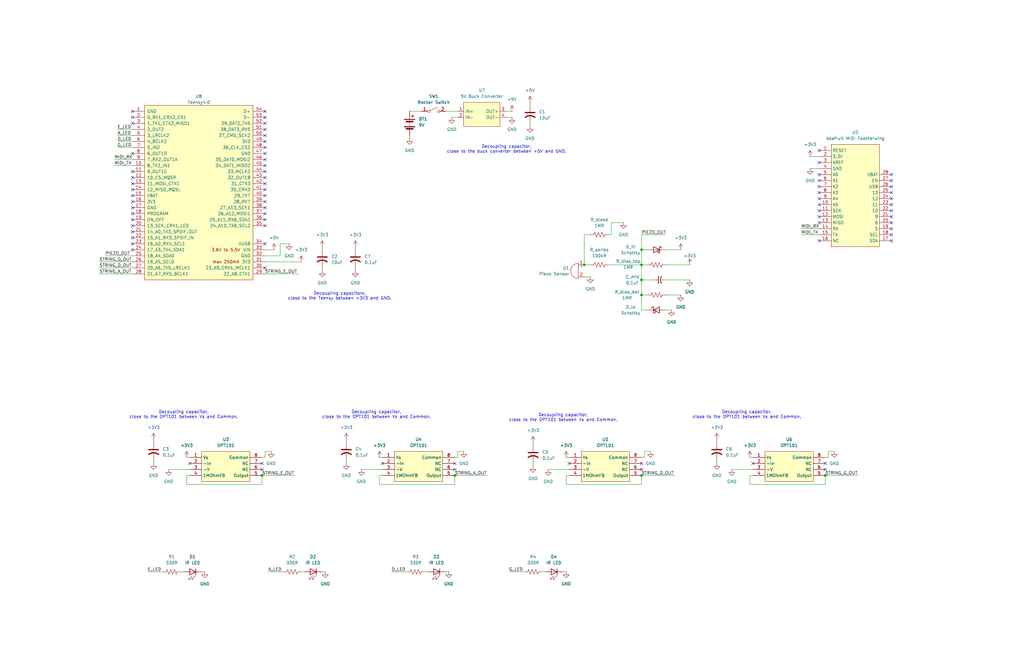
<source format=kicad_sch>
(kicad_sch (version 20250114) (generator "eeschema") (generator_version "9.0")
  (paper "B")
  (title_block (title "BassMINT"))
  (lib_symbols
    (symbol "Device:Battery" (pin_numbers (hide yes)) (pin_names (offset 0) (hide yes))
      (property "Reference" "BT" (at 2.54 2.54 0))
      (property "Value" "Battery" (at 2.54 0 0))
      (symbol "Battery_0_1"
        (rectangle (start -2.286 1.778) (end 2.286 1.524) (fill (type outline)))
        (rectangle (start -2.286 -1.27) (end 2.286 -1.524) (fill (type outline)))
        (rectangle (start -1.524 1.016) (end 1.524 0.508) (fill (type outline)))
        (rectangle (start -1.524 -2.032) (end 1.524 -2.54) (fill (type outline)))
        (polyline (pts (xy 0 1.778) (xy 0 2.54)))
        (polyline (pts (xy 0 0) (xy 0 0.254)))
        (polyline (pts (xy 0 -0.508) (xy 0 -0.254)))
        (polyline (pts (xy 0 -1.016) (xy 0 -0.762)))
        (polyline (pts (xy 0.762 3.048) (xy 1.778 3.048)) (stroke (width 0.254)))
        (polyline (pts (xy 1.27 3.556) (xy 1.27 2.54)) (stroke (width 0.254)))
      )
      (symbol "Battery_1_1"
        (pin passive line (at 0 5.08 270) (length 2.54) (name "+") (number "1"))
        (pin passive line (at 0 -5.08 90) (length 2.54) (name "-") (number "2"))
      )
    )
    (symbol "Device:Buzzer" (pin_names (offset 0.0254) (hide yes))
      (property "Reference" "BZ" (at 3.81 1.27 0))
      (property "Value" "Buzzer" (at 3.81 -1.27 0))
      (symbol "Buzzer_0_1"
        (polyline (pts (xy -1.651 1.905) (xy -1.143 1.905)))
        (polyline (pts (xy -1.397 2.159) (xy -1.397 1.651)))
        (arc (start 0 3.175) (mid 3.1612 0) (end 0 -3.175))
        (polyline (pts (xy 0 3.175) (xy 0 -3.175)))
      )
      (symbol "Buzzer_1_1"
        (pin passive line (at -2.54 2.54 0) (length 2.54) (name "+") (number "1"))
        (pin passive line (at -2.54 -2.54 0) (length 2.54) (name "-") (number "2"))
      )
    )
    (symbol "Device:C_Small_US" (pin_numbers (hide yes)) (pin_names (offset 0.254) (hide yes))
      (property "Reference" "C" (at 0.254 1.778 0))
      (property "Value" "C_Small_US" (at 0.254 -2.032 0))
      (symbol "C_Small_US_0_1"
        (polyline (pts (xy -1.524 0.508) (xy 1.524 0.508)) (stroke (width 0.3048)))
        (arc (start -1.524 -0.762) (mid 0 -0.3734) (end 1.524 -0.762) (stroke (width 0.3048)))
      )
      (symbol "C_Small_US_1_1"
        (pin passive line (at 0 2.54 270) (length 2.032) (name "~") (number "1"))
        (pin passive line (at 0 -2.54 90) (length 2.032) (name "~") (number "2"))
      )
    )
    (symbol "Device:C_US" (pin_numbers (hide yes)) (pin_names (offset 0.254) (hide yes))
      (property "Reference" "C" (at 0.635 2.54 0))
      (property "Value" "C_US" (at 0.635 -2.54 0))
      (symbol "C_US_0_1"
        (polyline (pts (xy -2.032 0.762) (xy 2.032 0.762)) (stroke (width 0.508)))
        (arc (start -2.032 -1.27) (mid 0 -0.5572) (end 2.032 -1.27) (stroke (width 0.508)))
      )
      (symbol "C_US_1_1"
        (pin passive line (at 0 3.81 270) (length 2.794) (name "~") (number "1"))
        (pin passive line (at 0 -3.81 90) (length 3.302) (name "~") (number "2"))
      )
    )
    (symbol "Device:R_US" (pin_numbers (hide yes)) (pin_names (offset 0))
      (property "Reference" "R" (at 2.54 0 90))
      (property "Value" "R_US" (at -2.54 0 90))
      (symbol "R_US_0_1"
        (polyline (pts (xy 0 2.286) (xy 0 2.54)))
        (polyline (pts (xy 0 2.286) (xy 1.016 1.905) (xy 0 1.524) (xy -1.016 1.143) (xy 0 0.762)))
        (polyline (pts (xy 0 0.762) (xy 1.016 0.381) (xy 0 0) (xy -1.016 -0.381) (xy 0 -0.762)))
        (polyline (pts (xy 0 -0.762) (xy 1.016 -1.143) (xy 0 -1.524) (xy -1.016 -1.905) (xy 0 -2.286)))
        (polyline (pts (xy 0 -2.286) (xy 0 -2.54)))
      )
      (symbol "R_US_1_1"
        (pin passive line (at 0 3.81 270) (length 1.27) (name "~") (number "1"))
        (pin passive line (at 0 -3.81 90) (length 1.27) (name "~") (number "2"))
      )
    )
    (symbol "Diode:1N5819" (pin_numbers (hide yes)) (pin_names (offset 1.016) (hide yes))
      (property "Reference" "D" (at 0 2.54 0))
      (property "Value" "1N5819" (at 0 -2.54 0))
      (symbol "1N5819_0_1"
        (polyline (pts (xy -1.905 0.635) (xy -1.905 1.27) (xy -1.27 1.27) (xy -1.27 -1.27) (xy -0.635 -1.27) (xy -0.635 -0.635)) (stroke (width 0.254)))
        (polyline (pts (xy 1.27 1.27) (xy 1.27 -1.27) (xy -1.27 0) (xy 1.27 1.27)) (stroke (width 0.254)))
        (polyline (pts (xy 1.27 0) (xy -1.27 0)))
      )
      (symbol "1N5819_1_1"
        (pin passive line (at -3.81 0 0) (length 2.54) (name "K") (number "1"))
        (pin passive line (at 3.81 0 180) (length 2.54) (name "A") (number "2"))
      )
    )
    (symbol "LED:LD271" (pin_numbers (hide yes)) (pin_names (offset 1.016) (hide yes))
      (property "Reference" "D" (at 0.508 1.778 0))
      (property "Value" "LD271" (at -1.016 -2.794 0))
      (symbol "LD271_0_1"
        (polyline (pts (xy -2.54 1.27) (xy -2.54 -1.27)) (stroke (width 0.254)))
        (polyline (pts (xy -2.413 1.651) (xy -0.889 3.175) (xy -0.889 2.667) (xy -0.889 3.175) (xy -1.397 3.175)))
        (polyline (pts (xy -1.143 1.651) (xy 0.381 3.175) (xy 0.381 2.667)))
        (polyline (pts (xy 0 0) (xy -2.54 0)))
        (polyline (pts (xy 0 -1.27) (xy -2.54 0) (xy 0 1.27) (xy 0 -1.27)) (stroke (width 0.254)))
        (polyline (pts (xy 0.381 3.175) (xy -0.127 3.175)))
      )
      (symbol "LD271_1_1"
        (pin passive line (at -5.08 0 0) (length 2.54) (name "K") (number "1"))
        (pin passive line (at 2.54 0 180) (length 2.54) (name "A") (number "2"))
      )
    )
    (symbol "OPT101_1"
      (property "Reference" "U3" (at 0 5.08 0))
      (property "Value" "OPT101" (at 0 2.54 0))
      (symbol "OPT101_1_0_0"
        (pin unspecified line (at -15.24 -2.54 0) (length 5.08) (name "Vs") (number "1"))
        (pin unspecified line (at -15.24 -5.08 0) (length 5.08) (name "-In") (number "2"))
        (pin unspecified line (at -15.24 -7.62 0) (length 5.08) (name "-V") (number "3"))
        (pin unspecified line (at -15.24 -10.16 0) (length 5.08) (name "1MOhmFB") (number "4"))
        (pin unspecified line (at 15.24 -2.54 180) (length 5.08) (name "Common") (number "8"))
        (pin unspecified line (at 15.24 -5.08 180) (length 5.08) (name "NC") (number "7"))
        (pin unspecified line (at 15.24 -7.62 180) (length 5.08) (name "NC") (number "6"))
        (pin unspecified line (at 15.24 -10.16 180) (length 5.08) (name "Output") (number "5"))
      )
      (symbol "OPT101_1_1_1"
        (rectangle (start -10.16 0) (end 10.16 -12.7) (fill (type color) (color 255 255 194 1)))
      )
    )
    (symbol "Switch:SW_SPST" (pin_names (offset 0) (hide yes))
      (property "Reference" "SW" (at 0 3.175 0))
      (property "Value" "SW_SPST" (at 0 -2.54 0))
      (symbol "SW_SPST_0_0"
        (circle (center -2.032 0) (radius 0.508))
        (polyline (pts (xy -1.524 0.254) (xy 1.524 1.778)))
        (circle (center 2.032 0) (radius 0.508))
      )
      (symbol "SW_SPST_1_1"
        (pin passive line (at -5.08 0 0) (length 2.54) (name "A") (number "1"))
        (pin passive line (at 5.08 0 180) (length 2.54) (name "B") (number "2"))
      )
    )
    (symbol "bassmint_symbols:Teensy4.0" (pin_names (offset 1.016))
      (property "Reference" "U" (at 0 42.926 0))
      (property "Value" "Teensy4.0" (at 0 39.878 0))
      (symbol "Teensy4.0_0_0"
        (text "3.6V to 5.5V" (at 11.43 -24.13 0) (effects (font (size 1.27 1.27))))
        (text "max 250mA" (at 11.43 -29.21 0) (effects (font (size 1.27 1.27))))
        (pin bidirectional line (at -27.94 24.13 0) (length 5.08) (name "3_LRCLK2") (number "5"))
        (pin bidirectional line (at -27.94 21.59 0) (length 5.08) (name "4_BCLK2") (number "6"))
        (pin bidirectional line (at -27.94 19.05 0) (length 5.08) (name "5_IN2") (number "7"))
        (pin bidirectional line (at -27.94 16.51 0) (length 5.08) (name "6_OUT1D") (number "8"))
        (pin bidirectional line (at -27.94 13.97 0) (length 5.08) (name "7_RX2_OUT1A") (number "9"))
        (pin bidirectional line (at -27.94 11.43 0) (length 5.08) (name "8_TX2_IN1") (number "10"))
        (pin bidirectional line (at -27.94 8.89 0) (length 5.08) (name "9_OUT1C") (number "11"))
        (pin bidirectional line (at -27.94 6.35 0) (length 5.08) (name "10_CS_MQSR") (number "12"))
        (pin bidirectional line (at -27.94 3.81 0) (length 5.08) (name "11_MOSI_CTX1") (number "13"))
        (pin bidirectional line (at -27.94 1.27 0) (length 5.08) (name "12_MISO_MQSL") (number "14"))
        (pin power_in line (at -27.94 -1.27 0) (length 5.08) (name "VBAT") (number "15"))
        (pin power_in line (at -27.94 -3.81 0) (length 5.08) (name "3V3") (number "16"))
        (pin power_in line (at -27.94 -6.35 0) (length 5.08) (name "GND") (number "17"))
        (pin input line (at -27.94 -8.89 0) (length 5.08) (name "PROGRAM") (number "18"))
        (pin input line (at -27.94 -11.43 0) (length 5.08) (name "ON_OFF") (number "19"))
        (pin bidirectional line (at -27.94 -13.97 0) (length 5.08) (name "13_SCK_CRX1_LED") (number "20"))
        (pin bidirectional line (at -27.94 -16.51 0) (length 5.08) (name "14_A0_TX3_SPDIF_OUT") (number "21"))
        (pin bidirectional line (at -27.94 -19.05 0) (length 5.08) (name "15_A1_RX3_SPDIF_IN") (number "22"))
        (pin bidirectional line (at -27.94 -21.59 0) (length 5.08) (name "16_A2_RX4_SCL1") (number "23"))
        (pin bidirectional line (at -27.94 -24.13 0) (length 5.08) (name "17_A3_TX4_SDA1") (number "24"))
        (pin bidirectional line (at -27.94 -26.67 0) (length 5.08) (name "18_A4_SDA0") (number "25"))
        (pin bidirectional line (at -27.94 -29.21 0) (length 5.08) (name "19_A5_SCL0") (number "26"))
        (pin bidirectional line (at -27.94 -31.75 0) (length 5.08) (name "20_A6_TX5_LRCLK1") (number "27"))
        (pin bidirectional line (at -27.94 -34.29 0) (length 5.08) (name "21_A7_RX5_BCLK1") (number "28"))
        (pin bidirectional line (at 27.94 34.29 180) (length 5.08) (name "D+") (number "54"))
        (pin bidirectional line (at 27.94 31.75 180) (length 5.08) (name "D-") (number "53"))
        (pin bidirectional line (at 27.94 29.21 180) (length 5.08) (name "39_DAT2_TX5") (number "52"))
        (pin bidirectional line (at 27.94 26.67 180) (length 5.08) (name "38_DAT3_RX5") (number "51"))
        (pin bidirectional line (at 27.94 24.13 180) (length 5.08) (name "37_CMD_SCK2") (number "50"))
        (pin power_out line (at 27.94 21.59 180) (length 5.08) (name "3V3") (number "49"))
        (pin bidirectional line (at 27.94 19.05 180) (length 5.08) (name "36_CLK_CS2") (number "48"))
        (pin power_out line (at 27.94 16.51 180) (length 5.08) (name "GND") (number "47"))
        (pin bidirectional line (at 27.94 13.97 180) (length 5.08) (name "35_DAT0_MOSI2") (number "46"))
        (pin bidirectional line (at 27.94 11.43 180) (length 5.08) (name "34_DAT1_MISO2") (number "45"))
        (pin bidirectional line (at 27.94 8.89 180) (length 5.08) (name "33_MCLK2") (number "44"))
        (pin bidirectional line (at 27.94 6.35 180) (length 5.08) (name "32_OUT1B") (number "43"))
        (pin bidirectional line (at 27.94 3.81 180) (length 5.08) (name "31_CTX3") (number "42"))
        (pin bidirectional line (at 27.94 1.27 180) (length 5.08) (name "30_CRX3") (number "41"))
        (pin bidirectional line (at 27.94 -1.27 180) (length 5.08) (name "29_TX7") (number "40"))
        (pin bidirectional line (at 27.94 -3.81 180) (length 5.08) (name "28_RX7") (number "39"))
        (pin bidirectional line (at 27.94 -6.35 180) (length 5.08) (name "27_A13_SCK1") (number "38"))
        (pin bidirectional line (at 27.94 -8.89 180) (length 5.08) (name "26_A12_MOSI1") (number "37"))
        (pin bidirectional line (at 27.94 -11.43 180) (length 5.08) (name "25_A11_RX6_SDA2") (number "36"))
        (pin bidirectional line (at 27.94 -13.97 180) (length 5.08) (name "24_A10_TX6_SCL2") (number "35"))
        (pin power_out line (at 27.94 -21.59 180) (length 5.08) (name "VUSB") (number "34"))
        (pin power_in line (at 27.94 -24.13 180) (length 5.08) (name "VIN") (number "33"))
        (pin power_in line (at 27.94 -26.67 180) (length 5.08) (name "GND") (number "32"))
        (pin power_out line (at 27.94 -29.21 180) (length 5.08) (name "3V3") (number "31"))
        (pin bidirectional line (at 27.94 -31.75 180) (length 5.08) (name "23_A9_CRX1_MCLK1") (number "30"))
        (pin bidirectional line (at 27.94 -34.29 180) (length 5.08) (name "22_A8_CTX1") (number "29"))
      )
      (symbol "Teensy4.0_0_1"
        (rectangle (start -20.32 -31.75) (end -20.32 -31.75))
      )
      (symbol "Teensy4.0_1_1"
        (rectangle (start -22.86 36.83) (end 22.86 -36.83) (fill (type color) (color 255 255 194 1)))
        (pin power_in line (at -27.94 34.29 0) (length 5.08) (name "GND") (number "1"))
        (pin bidirectional line (at -27.94 31.75 0) (length 5.08) (name "0_RX1_CRX2_CS1") (number "2"))
        (pin bidirectional line (at -27.94 29.21 0) (length 5.08) (name "1_TX1_CTX2_MISO1") (number "3"))
        (pin bidirectional line (at -27.94 26.67 0) (length 5.08) (name "2_OUT2") (number "4"))
      )
    )
    (symbol "bassmint_symbols:buck_converter"
      (property "Reference" "U" (at 0 3.556 0))
      (property "Value" "5V Buck Converter" (at 0 1.27 0))
      (symbol "buck_converter_0_0"
        (pin unspecified line (at -10.16 -3.81 0) (length 2.54) (name "IN+") (number "1"))
        (pin unspecified line (at -10.16 -6.35 0) (length 2.54) (name "IN-") (number "2"))
        (pin unspecified line (at 10.16 -3.81 180) (length 2.54) (name "OUT+") (number "3"))
        (pin unspecified line (at 10.16 -6.35 180) (length 2.54) (name "OUT-") (number "4"))
      )
      (symbol "buck_converter_1_1"
        (rectangle (start -7.62 0) (end 7.62 -10.16) (fill (type color) (color 255 255 194 1)))
      )
    )
    (symbol "bassmint_symbols:midi"
      (property "Reference" "U2" (at 0 3.81 0))
      (property "Value" "Adafruit MIDI Featherwing" (at 0 1.27 0))
      (symbol "midi_0_0"
        (pin passive line (at -15.24 -6.35 0) (length 5.08) (name "3.3V") (number "2"))
        (pin passive line (at -15.24 -8.89 0) (length 5.08) (name "AREF") (number "3"))
        (pin passive line (at -15.24 -11.43 0) (length 5.08) (name "GND") (number "4"))
        (pin passive line (at -15.24 -13.97 0) (length 5.08) (name "A0") (number "5"))
        (pin passive line (at -15.24 -16.51 0) (length 5.08) (name "A1") (number "6"))
        (pin passive line (at -15.24 -19.05 0) (length 5.08) (name "A2") (number "7"))
        (pin passive line (at -15.24 -21.59 0) (length 5.08) (name "A3") (number "8"))
        (pin passive line (at -15.24 -24.13 0) (length 5.08) (name "A4") (number "9"))
        (pin passive line (at -15.24 -26.67 0) (length 5.08) (name "A5") (number "10"))
        (pin passive line (at -15.24 -29.21 0) (length 5.08) (name "SCK") (number "11"))
        (pin passive line (at -15.24 -31.75 0) (length 5.08) (name "MOSI") (number "12"))
        (pin passive line (at -15.24 -34.29 0) (length 5.08) (name "MISO") (number "13"))
        (pin passive line (at -15.24 -36.83 0) (length 5.08) (name "RX") (number "14"))
        (pin passive line (at -15.24 -39.37 0) (length 5.08) (name "TX") (number "15"))
        (pin passive line (at -15.24 -41.91 0) (length 5.08) (name "NC") (number "16"))
        (pin passive line (at 15.24 -13.97 180) (length 5.08) (name "VBAT") (number "28"))
        (pin passive line (at 15.24 -16.51 180) (length 5.08) (name "EN") (number "27"))
        (pin passive line (at 15.24 -19.05 180) (length 5.08) (name "USB") (number "26"))
        (pin passive line (at 15.24 -21.59 180) (length 5.08) (name "13") (number "25"))
        (pin passive line (at 15.24 -24.13 180) (length 5.08) (name "12") (number "24"))
        (pin passive line (at 15.24 -26.67 180) (length 5.08) (name "11") (number "23"))
        (pin passive line (at 15.24 -29.21 180) (length 5.08) (name "10") (number "22"))
        (pin passive line (at 15.24 -31.75 180) (length 5.08) (name "9") (number "21"))
        (pin passive line (at 15.24 -34.29 180) (length 5.08) (name "6") (number "20"))
        (pin passive line (at 15.24 -36.83 180) (length 5.08) (name "5") (number "19"))
        (pin passive line (at 15.24 -39.37 180) (length 5.08) (name "SCL") (number "18"))
        (pin passive line (at 15.24 -41.91 180) (length 5.08) (name "SDA") (number "17"))
      )
      (symbol "midi_1_0"
        (pin passive line (at -15.24 -3.81 0) (length 5.08) (name "RESET") (number "1"))
      )
      (symbol "midi_1_1"
        (rectangle (start -10.16 -1.27) (end 10.16 -44.45) (fill (type color) (color 255 255 194 1)))
      )
    )
    (symbol "power:+3V3" (power) (pin_numbers (hide yes)) (pin_names (offset 0) (hide yes))
      (property "Value" "+3V3" (at 0 3.556 0))
      (symbol "+3V3_0_1"
        (polyline (pts (xy -0.762 1.27) (xy 0 2.54)))
        (polyline (pts (xy 0 2.54) (xy 0.762 1.27)))
        (polyline (pts (xy 0 0) (xy 0 2.54)))
      )
      (symbol "+3V3_1_1"
        (pin power_in line (at 0 0 90) (length 0) (name "~") (number "1"))
      )
    )
    (symbol "power:+5V" (power) (pin_numbers (hide yes)) (pin_names (offset 0) (hide yes))
      (property "Value" "+5V" (at 0 3.556 0))
      (symbol "+5V_0_1"
        (polyline (pts (xy -0.762 1.27) (xy 0 2.54)))
        (polyline (pts (xy 0 2.54) (xy 0.762 1.27)))
        (polyline (pts (xy 0 0) (xy 0 2.54)))
      )
      (symbol "+5V_1_1"
        (pin power_in line (at 0 0 90) (length 0) (name "~") (number "1"))
      )
    )
    (symbol "power:GND" (power) (pin_numbers (hide yes)) (pin_names (offset 0) (hide yes))
      (property "Value" "GND" (at 0 -3.81 0))
      (symbol "GND_0_1"
        (polyline (pts (xy 0 0) (xy 0 -1.27) (xy 1.27 -1.27) (xy 0 -2.54) (xy -1.27 -1.27) (xy 0 -1.27)))
      )
      (symbol "GND_1_1"
        (pin power_in line (at 0 0 270) (length 0) (name "~") (number "1"))
      )
    )
  )
  (text "Decoupling capacitor,\nclose to the OPT101 between Vs and Common." (at 77.47 175.006 0) (effects (font (size 1.27 1.27))))
  (text "Decoupling capacitors,\nclose to the Teensy between +3V3 and GND." (at 143.256 124.968 0) (effects (font (size 1.27 1.27))))
  (text "Decoupling capacitor,\nclose to the buck converter between +5V and GND." (at 213.614 62.992 0) (effects (font (size 1.27 1.27))))
  (text "Decoupling capacitor,\nclose to the OPT101 between Vs and Common." (at 158.75 175.006 0) (effects (font (size 1.27 1.27))))
  (text "Decoupling capacitor,\nclose to the OPT101 between Vs and Common." (at 314.96 175.006 0) (effects (font (size 1.27 1.27))))
  (text "Decoupling capacitor,\nclose to the OPT101 between Vs and Common." (at 237.49 176.276 0) (effects (font (size 1.27 1.27))))
  (junction (at 191.77 200.66))
  (junction (at 270.51 118.11))
  (junction (at 347.98 200.66))
  (junction (at 270.51 200.66))
  (junction (at 246.38 111.76))
  (junction (at 270.51 105.41))
  (junction (at 270.51 111.76))
  (junction (at 110.49 200.66))
  (junction (at 270.51 124.46))
  (no_connect (at 55.88 85.09))
  (no_connect (at 111.76 113.03))
  (no_connect (at 55.88 95.25))
  (no_connect (at 55.88 105.41))
  (no_connect (at 345.44 63.5))
  (no_connect (at 55.88 64.77))
  (no_connect (at 55.88 74.93))
  (no_connect (at 375.92 99.06))
  (no_connect (at 270.51 198.12))
  (no_connect (at 375.92 91.44))
  (no_connect (at 111.76 64.77))
  (no_connect (at 111.76 77.47))
  (no_connect (at 55.88 77.47))
  (no_connect (at 375.92 83.82))
  (no_connect (at 345.44 93.98))
  (no_connect (at 111.76 57.15))
  (no_connect (at 110.49 198.12))
  (no_connect (at 345.44 101.6))
  (no_connect (at 55.88 49.53))
  (no_connect (at 55.88 97.79))
  (no_connect (at 345.44 76.2))
  (no_connect (at 111.76 54.61))
  (no_connect (at 55.88 87.63))
  (no_connect (at 240.03 195.58))
  (no_connect (at 111.76 52.07))
  (no_connect (at 191.77 195.58))
  (no_connect (at 111.76 72.39))
  (no_connect (at 345.44 73.66))
  (no_connect (at 375.92 96.52))
  (no_connect (at 345.44 91.44))
  (no_connect (at 111.76 69.85))
  (no_connect (at 111.76 59.69))
  (no_connect (at 55.88 90.17))
  (no_connect (at 347.98 195.58))
  (no_connect (at 347.98 198.12))
  (no_connect (at 55.88 52.07))
  (no_connect (at 55.88 102.87))
  (no_connect (at 55.88 46.99))
  (no_connect (at 375.92 81.28))
  (no_connect (at 317.5 195.58))
  (no_connect (at 80.01 195.58))
  (no_connect (at 111.76 46.99))
  (no_connect (at 345.44 68.58))
  (no_connect (at 111.76 87.63))
  (no_connect (at 111.76 95.25))
  (no_connect (at 111.76 67.31))
  (no_connect (at 375.92 88.9))
  (no_connect (at 111.76 82.55))
  (no_connect (at 111.76 92.71))
  (no_connect (at 375.92 78.74))
  (no_connect (at 161.29 195.58))
  (no_connect (at 375.92 73.66))
  (no_connect (at 111.76 74.93))
  (no_connect (at 111.76 90.17))
  (no_connect (at 375.92 76.2))
  (no_connect (at 345.44 78.74))
  (no_connect (at 111.76 49.53))
  (no_connect (at 191.77 198.12))
  (no_connect (at 345.44 83.82))
  (no_connect (at 110.49 195.58))
  (no_connect (at 55.88 92.71))
  (no_connect (at 270.51 195.58))
  (no_connect (at 375.92 93.98))
  (no_connect (at 375.92 101.6))
  (no_connect (at 55.88 80.01))
  (no_connect (at 111.76 102.87))
  (no_connect (at 345.44 88.9))
  (no_connect (at 111.76 85.09))
  (no_connect (at 345.44 81.28))
  (no_connect (at 375.92 86.36))
  (no_connect (at 345.44 86.36))
  (no_connect (at 55.88 82.55))
  (no_connect (at 55.88 72.39))
  (no_connect (at 55.88 100.33))
  (no_connect (at 111.76 80.01))
  (no_connect (at 111.76 62.23))
  (wire (pts (xy 280.67 130.81) (xy 283.21 130.81)))
  (wire (pts (xy 78.74 193.04) (xy 80.01 193.04)))
  (wire (pts (xy 257.81 93.98) (xy 262.89 93.98)))
  (wire (pts (xy 111.76 190.5) (xy 111.76 193.04)))
  (wire (pts (xy 41.91 115.57) (xy 55.88 115.57)))
  (wire (pts (xy 308.61 198.12) (xy 317.5 198.12)))
  (wire (pts (xy 149.86 113.03) (xy 149.86 114.3)))
  (wire (pts (xy 280.67 124.46) (xy 287.02 124.46)))
  (wire (pts (xy 187.96 241.3) (xy 189.23 241.3)))
  (wire (pts (xy 64.77 185.42) (xy 64.77 186.69)))
  (wire (pts (xy 270.51 200.66) (xy 284.48 200.66)))
  (wire (pts (xy 349.25 190.5) (xy 351.79 190.5)))
  (wire (pts (xy 191.77 200.66) (xy 205.74 200.66)))
  (wire (pts (xy 80.01 200.66) (xy 78.74 200.66)))
  (wire (pts (xy 165.1 241.3) (xy 171.45 241.3)))
  (wire (pts (xy 213.36 46.99) (xy 215.9 46.99)))
  (wire (pts (xy 238.76 193.04) (xy 240.03 193.04)))
  (wire (pts (xy 71.12 198.12) (xy 80.01 198.12)))
  (wire (pts (xy 146.05 185.42) (xy 146.05 186.69)))
  (wire (pts (xy 190.5 49.53) (xy 193.04 49.53)))
  (wire (pts (xy 270.51 124.46) (xy 270.51 130.81)))
  (wire (pts (xy 193.04 190.5) (xy 193.04 193.04)))
  (wire (pts (xy 146.05 194.31) (xy 146.05 195.58)))
  (wire (pts (xy 270.51 105.41) (xy 270.51 99.06)))
  (wire (pts (xy 118.11 102.87) (xy 118.11 107.95)))
  (wire (pts (xy 64.77 194.31) (xy 64.77 195.58)))
  (wire (pts (xy 238.76 200.66) (xy 238.76 204.47)))
  (wire (pts (xy 135.89 241.3) (xy 137.16 241.3)))
  (wire (pts (xy 270.51 118.11) (xy 275.59 118.11)))
  (wire (pts (xy 270.51 124.46) (xy 273.05 124.46)))
  (wire (pts (xy 191.77 204.47) (xy 191.77 200.66)))
  (wire (pts (xy 349.25 190.5) (xy 349.25 193.04)))
  (wire (pts (xy 78.74 204.47) (xy 110.49 204.47)))
  (wire (pts (xy 349.25 193.04) (xy 347.98 193.04)))
  (wire (pts (xy 111.76 105.41) (xy 115.57 105.41)))
  (wire (pts (xy 179.07 241.3) (xy 180.34 241.3)))
  (wire (pts (xy 271.78 190.5) (xy 271.78 193.04)))
  (wire (pts (xy 48.26 67.31) (xy 55.88 67.31)))
  (wire (pts (xy 270.51 118.11) (xy 270.51 124.46)))
  (wire (pts (xy 111.76 110.49) (xy 127 110.49)))
  (wire (pts (xy 270.51 130.81) (xy 273.05 130.81)))
  (wire (pts (xy 76.2 241.3) (xy 77.47 241.3)))
  (wire (pts (xy 111.76 115.57) (xy 125.73 115.57)))
  (wire (pts (xy 270.51 99.06) (xy 280.67 99.06)))
  (wire (pts (xy 228.6 241.3) (xy 229.87 241.3)))
  (wire (pts (xy 49.53 54.61) (xy 55.88 54.61)))
  (wire (pts (xy 316.23 193.04) (xy 317.5 193.04)))
  (wire (pts (xy 231.14 198.12) (xy 240.03 198.12)))
  (wire (pts (xy 270.51 111.76) (xy 270.51 118.11)))
  (wire (pts (xy 44.45 107.95) (xy 55.88 107.95)))
  (wire (pts (xy 271.78 193.04) (xy 270.51 193.04)))
  (wire (pts (xy 224.79 186.69) (xy 224.79 187.96)))
  (wire (pts (xy 223.52 43.18) (xy 223.52 44.45)))
  (wire (pts (xy 302.26 185.42) (xy 302.26 186.69)))
  (wire (pts (xy 172.72 58.42) (xy 172.72 57.15)))
  (wire (pts (xy 337.82 99.06) (xy 345.44 99.06)))
  (wire (pts (xy 223.52 52.07) (xy 223.52 53.34)))
  (wire (pts (xy 118.11 107.95) (xy 111.76 107.95)))
  (wire (pts (xy 111.76 193.04) (xy 110.49 193.04)))
  (wire (pts (xy 246.38 111.76) (xy 246.38 99.06)))
  (wire (pts (xy 237.49 241.3) (xy 238.76 241.3)))
  (wire (pts (xy 62.23 241.3) (xy 68.58 241.3)))
  (wire (pts (xy 257.81 99.06) (xy 257.81 93.98)))
  (wire (pts (xy 280.67 105.41) (xy 287.02 105.41)))
  (wire (pts (xy 160.02 200.66) (xy 160.02 204.47)))
  (wire (pts (xy 280.67 118.11) (xy 290.83 118.11)))
  (wire (pts (xy 152.4 198.12) (xy 161.29 198.12)))
  (wire (pts (xy 160.02 204.47) (xy 191.77 204.47)))
  (wire (pts (xy 135.89 113.03) (xy 135.89 114.3)))
  (wire (pts (xy 110.49 200.66) (xy 124.46 200.66)))
  (wire (pts (xy 270.51 204.47) (xy 270.51 200.66)))
  (wire (pts (xy 280.67 111.76) (xy 290.83 111.76)))
  (wire (pts (xy 248.92 116.84) (xy 246.38 116.84)))
  (wire (pts (xy 337.82 96.52) (xy 345.44 96.52)))
  (wire (pts (xy 341.63 66.04) (xy 345.44 66.04)))
  (wire (pts (xy 78.74 200.66) (xy 78.74 204.47)))
  (wire (pts (xy 246.38 99.06) (xy 248.92 99.06)))
  (wire (pts (xy 193.04 190.5) (xy 195.58 190.5)))
  (wire (pts (xy 49.53 62.23) (xy 55.88 62.23)))
  (wire (pts (xy 248.92 111.76) (xy 246.38 111.76)))
  (wire (pts (xy 172.72 46.99) (xy 177.8 46.99)))
  (wire (pts (xy 193.04 193.04) (xy 191.77 193.04)))
  (wire (pts (xy 127 241.3) (xy 128.27 241.3)))
  (wire (pts (xy 213.36 49.53) (xy 215.9 49.53)))
  (wire (pts (xy 317.5 200.66) (xy 316.23 200.66)))
  (wire (pts (xy 49.53 59.69) (xy 55.88 59.69)))
  (wire (pts (xy 160.02 193.04) (xy 161.29 193.04)))
  (wire (pts (xy 341.63 71.12) (xy 345.44 71.12)))
  (wire (pts (xy 49.53 57.15) (xy 55.88 57.15)))
  (wire (pts (xy 302.26 194.31) (xy 302.26 195.58)))
  (wire (pts (xy 270.51 105.41) (xy 273.05 105.41)))
  (wire (pts (xy 271.78 190.5) (xy 274.32 190.5)))
  (wire (pts (xy 316.23 204.47) (xy 347.98 204.47)))
  (wire (pts (xy 316.23 200.66) (xy 316.23 204.47)))
  (wire (pts (xy 270.51 105.41) (xy 270.51 111.76)))
  (wire (pts (xy 161.29 200.66) (xy 160.02 200.66)))
  (wire (pts (xy 224.79 195.58) (xy 224.79 196.85)))
  (wire (pts (xy 149.86 104.14) (xy 149.86 105.41)))
  (wire (pts (xy 113.03 241.3) (xy 119.38 241.3)))
  (wire (pts (xy 48.26 69.85) (xy 55.88 69.85)))
  (wire (pts (xy 111.76 190.5) (xy 114.3 190.5)))
  (wire (pts (xy 238.76 204.47) (xy 270.51 204.47)))
  (wire (pts (xy 41.91 113.03) (xy 55.88 113.03)))
  (wire (pts (xy 347.98 204.47) (xy 347.98 200.66)))
  (wire (pts (xy 256.54 111.76) (xy 270.51 111.76)))
  (wire (pts (xy 214.63 241.3) (xy 220.98 241.3)))
  (wire (pts (xy 187.96 46.99) (xy 193.04 46.99)))
  (wire (pts (xy 256.54 99.06) (xy 257.81 99.06)))
  (wire (pts (xy 240.03 200.66) (xy 238.76 200.66)))
  (wire (pts (xy 41.91 110.49) (xy 55.88 110.49)))
  (wire (pts (xy 347.98 200.66) (xy 361.95 200.66)))
  (wire (pts (xy 270.51 111.76) (xy 273.05 111.76)))
  (wire (pts (xy 85.09 241.3) (xy 86.36 241.3)))
  (wire (pts (xy 110.49 204.47) (xy 110.49 200.66)))
  (wire (pts (xy 135.89 104.14) (xy 135.89 105.41)))
  (wire (pts (xy 118.11 102.87) (xy 121.92 102.87)))
  (label "STRING_D_OUT" (at 41.91 113.03 0))
  (label "STRING_D_OUT" (at 270.51 200.66 0))
  (label "PIEZO_OUT" (at 44.45 107.95 0))
  (label "D_LED" (at 165.1 241.3 0))
  (label "STRING_G_OUT" (at 41.91 110.49 0))
  (label "STRING_E_OUT" (at 111.76 115.57 0))
  (label "E_LED" (at 62.23 241.3 0))
  (label "A_LED" (at 113.03 241.3 0))
  (label "STRING_G_OUT" (at 347.98 200.66 0))
  (label "STRING_A_OUT" (at 41.91 115.57 0))
  (label "MIDI_TX" (at 48.26 69.85 0))
  (label "G_LED" (at 49.53 62.23 0))
  (label "MIDI_TX" (at 337.82 99.06 0))
  (label "MIDI_RX" (at 337.82 96.52 0))
  (label "E_LED" (at 49.53 54.61 0))
  (label "STRING_E_OUT" (at 110.49 200.66 0))
  (label "D_LED" (at 49.53 59.69 0))
  (label "MIDI_RX" (at 48.26 67.31 0))
  (label "STRING_A_OUT" (at 191.77 200.66 0))
  (label "G_LED" (at 214.63 241.3 0))
  (label "PIEZO_OUT" (at 270.51 99.06 0))
  (label "A_LED" (at 49.53 57.15 0))
  (symbol (lib_id "power:GND") (at 238.76 241.3 0) (unit 1)
    (property "Reference" "#PWR012" (effects (hide yes)))
    (property "Value" "GND" (at 238.76 246.38 0))
    (property "Description" "Power symbol creates a global label with name \"GND\" , ground" (effects (hide yes)))
  )
  (symbol (lib_id "power:+3V3") (at 290.83 111.76 0) (unit 1)
    (property "Reference" "#PWR047" (effects (hide yes)))
    (property "Value" "+3V3" (at 290.83 107.95 0))
    (property "Description" "Power symbol creates a global label with name \"+3V3\"" (effects (hide yes)))
  )
  (symbol (lib_id "power:GND") (at 351.79 190.5 0) (unit 1)
    (property "Reference" "#PWR037" (effects (hide yes)))
    (property "Value" "GND" (at 351.79 195.58 0))
    (property "Description" "Power symbol creates a global label with name \"GND\" , ground" (effects (hide yes)))
  )
  (symbol (lib_id "power:GND") (at 149.86 114.3 0) (unit 1)
    (property "Reference" "#PWR049" (effects (hide yes)))
    (property "Value" "GND" (at 149.86 119.38 0))
    (property "Description" "Power symbol creates a global label with name \"GND\" , ground" (effects (hide yes)))
  )
  (symbol (lib_id "Device:R_US") (at 72.39 241.3 270) (unit 1)
    (property "Reference" "R1" (at 72.39 234.95 90))
    (property "Value" "330R" (at 72.39 237.49 90))
    (property "Description" "Resistor, US symbol" (effects (hide yes)))
  )
  (symbol (lib_id "Device:Buzzer") (at 243.84 114.3 0) (mirror y) (unit 1)
    (property "Reference" "U1" (at 240.03 113.0299 0) (effects (justify left)))
    (property "Value" "Piezo Sensor" (at 240.03 115.5699 0) (effects (justify left)))
    (property "Description" "Buzzer, polarized" (effects (hide yes)))
  )
  (symbol (lib_id "Device:R_US") (at 252.73 99.06 90) (unit 1)
    (property "Reference" "R_bleed" (at 252.73 92.71 90))
    (property "Value" "1MR" (at 252.73 95.25 90))
    (property "Description" "Resistor, US symbol" (effects (hide yes)))
  )
  (symbol (lib_id "LED:LD271") (at 182.88 241.3 180) (unit 1)
    (property "Reference" "D3" (at 184.023 234.95 0))
    (property "Value" "IR LED" (at 184.023 237.49 0))
    (property "Footprint" "LED_THT:LED_D5.0mm_IRGrey" (effects (hide yes)))
    (property "Datasheet" "http://www.alliedelec.com/m/d/40788c34903a719969df15f1fbea1056.pdf" (effects (hide yes)))
    (property "Description" "940nm IR-LED, 5mm" (effects (hide yes)))
  )
  (symbol (lib_id "power:GND") (at 248.92 116.84 0) (mirror y) (unit 1)
    (property "Reference" "#PWR041" (effects (hide yes)))
    (property "Value" "GND" (at 248.92 121.92 0))
    (property "Description" "Power symbol creates a global label with name \"GND\" , ground" (effects (hide yes)))
  )
  (symbol (lib_id "power:GND") (at 152.4 198.12 0) (unit 1)
    (property "Reference" "#PWR029" (effects (hide yes)))
    (property "Value" "GND" (at 152.4 203.2 0))
    (property "Description" "Power symbol creates a global label with name \"GND\" , ground" (effects (hide yes)))
  )
  (symbol (lib_id "power:+3V3") (at 64.77 185.42 0) (unit 1)
    (property "Reference" "#PWR018" (effects (hide yes)))
    (property "Value" "+3V3" (at 64.77 180.34 0))
    (property "Description" "Power symbol creates a global label with name \"+3V3\"" (effects (hide yes)))
  )
  (symbol (lib_name "OPT101_1") (lib_id "bassmint_symbols:OPT101") (at 176.53 190.5 0) (unit 1)
    (property "Reference" "U4" (at 176.53 185.42 0))
    (property "Value" "OPT101" (at 176.53 187.96 0))
  )
  (symbol (lib_name "OPT101_1") (lib_id "bassmint_symbols:OPT101") (at 332.74 190.5 0) (unit 1)
    (property "Reference" "U6" (at 332.74 185.42 0))
    (property "Value" "OPT101" (at 332.74 187.96 0))
  )
  (symbol (lib_id "power:+3V3") (at 238.76 193.04 0) (unit 1)
    (property "Reference" "#PWR033" (effects (hide yes)))
    (property "Value" "+3V3" (at 238.76 187.96 0))
    (property "Description" "Power symbol creates a global label with name \"+3V3\"" (effects (hide yes)))
  )
  (symbol (lib_id "Device:C_US") (at 135.89 109.22 0) (unit 1)
    (property "Reference" "C2" (at 139.7 108.2039 0) (effects (justify left)))
    (property "Value" "10uF" (at 139.7 110.7439 0) (effects (justify left)))
    (property "Description" "capacitor, US symbol" (effects (hide yes)))
  )
  (symbol (lib_id "power:GND") (at 86.36 241.3 0) (unit 1)
    (property "Reference" "#PWR09" (effects (hide yes)))
    (property "Value" "GND" (at 86.36 246.38 0))
    (property "Description" "Power symbol creates a global label with name \"GND\" , ground" (effects (hide yes)))
  )
  (symbol (lib_id "Device:C_US") (at 146.05 190.5 0) (unit 1)
    (property "Reference" "C4" (at 149.86 189.4839 0) (effects (justify left)))
    (property "Value" "0.1uF" (at 149.86 192.0239 0) (effects (justify left)))
    (property "Description" "capacitor, US symbol" (effects (hide yes)))
  )
  (symbol (lib_id "Device:C_US") (at 64.77 190.5 0) (unit 1)
    (property "Reference" "C3" (at 68.58 189.4839 0) (effects (justify left)))
    (property "Value" "0.1uF" (at 68.58 192.0239 0) (effects (justify left)))
    (property "Description" "capacitor, US symbol" (effects (hide yes)))
  )
  (symbol (lib_name "OPT101_1") (lib_id "bassmint_symbols:OPT101") (at 95.25 190.5 0) (unit 1)
    (property "Reference" "U3" (at 95.25 185.42 0))
    (property "Value" "OPT101" (at 95.25 187.96 0))
  )
  (symbol (lib_id "bassmint_symbols:buck_converter") (at 203.2 43.18 0) (unit 1)
    (property "Reference" "U7" (at 203.2 38.1 0))
    (property "Value" "5V Buck Converter" (at 203.2 40.64 0))
  )
  (symbol (lib_id "power:GND") (at 274.32 190.5 0) (unit 1)
    (property "Reference" "#PWR034" (effects (hide yes)))
    (property "Value" "GND" (at 274.32 195.58 0))
    (property "Description" "Power symbol creates a global label with name \"GND\" , ground" (effects (hide yes)))
  )
  (symbol (lib_id "power:+3V3") (at 224.79 186.69 0) (unit 1)
    (property "Reference" "#PWR022" (effects (hide yes)))
    (property "Value" "+3V3" (at 224.79 181.61 0))
    (property "Description" "Power symbol creates a global label with name \"+3V3\"" (effects (hide yes)))
  )
  (symbol (lib_id "Device:R_US") (at 276.86 124.46 90) (unit 1)
    (property "Reference" "R_bias_bot" (at 264.414 123.19 90))
    (property "Value" "1MR" (at 264.414 125.73 90))
    (property "Description" "Resistor, US symbol" (effects (hide yes)))
  )
  (symbol (lib_id "Device:C_Small_US") (at 278.13 118.11 90) (mirror x) (unit 1)
    (property "Reference" "C_mid" (at 266.7 116.84 90))
    (property "Value" "0.1uF" (at 266.7 119.38 90))
    (property "Description" "capacitor, small US symbol" (effects (hide yes)))
  )
  (symbol (lib_id "Device:R_US") (at 276.86 111.76 90) (unit 1)
    (property "Reference" "R_bias_top" (at 264.922 110.236 90))
    (property "Value" "1MR" (at 264.922 112.776 90))
    (property "Description" "Resistor, US symbol" (effects (hide yes)))
  )
  (symbol (lib_id "power:GND") (at 71.12 198.12 0) (unit 1)
    (property "Reference" "#PWR027" (effects (hide yes)))
    (property "Value" "GND" (at 71.12 203.2 0))
    (property "Description" "Power symbol creates a global label with name \"GND\" , ground" (effects (hide yes)))
  )
  (symbol (lib_id "LED:LD271") (at 80.01 241.3 180) (unit 1)
    (property "Reference" "D1" (at 81.153 234.95 0))
    (property "Value" "IR LED" (at 81.153 237.49 0))
    (property "Footprint" "LED_THT:LED_D5.0mm_IRGrey" (effects (hide yes)))
    (property "Datasheet" "http://www.alliedelec.com/m/d/40788c34903a719969df15f1fbea1056.pdf" (effects (hide yes)))
    (property "Description" "940nm IR-LED, 5mm" (effects (hide yes)))
  )
  (symbol (lib_id "power:+3V3") (at 341.63 66.04 0) (unit 1)
    (property "Reference" "#PWR015" (effects (hide yes)))
    (property "Value" "+3V3" (at 341.63 60.96 0))
    (property "Description" "Power symbol creates a global label with name \"+3V3\"" (effects (hide yes)))
  )
  (symbol (lib_id "Device:C_US") (at 223.52 48.26 0) (unit 1)
    (property "Reference" "C1" (at 227.33 47.2439 0) (effects (justify left)))
    (property "Value" "10uF" (at 227.33 49.7839 0) (effects (justify left)))
    (property "Description" "capacitor, US symbol" (effects (hide yes)))
  )
  (symbol (lib_id "Device:R_US") (at 175.26 241.3 270) (unit 1)
    (property "Reference" "R3" (at 175.26 234.95 90))
    (property "Value" "330R" (at 175.26 237.49 90))
    (property "Description" "Resistor, US symbol" (effects (hide yes)))
  )
  (symbol (lib_id "Switch:SW_SPST") (at 182.88 46.99 0) (unit 1)
    (property "Reference" "SW1" (at 182.88 40.64 0))
    (property "Value" "Rocker Switch" (at 182.88 43.18 0))
    (property "Description" "Single Pole Single Throw (SPST) switch" (effects (hide yes)))
  )
  (symbol (lib_id "power:GND") (at 135.89 114.3 0) (unit 1)
    (property "Reference" "#PWR017" (effects (hide yes)))
    (property "Value" "GND" (at 135.89 119.38 0))
    (property "Description" "Power symbol creates a global label with name \"GND\" , ground" (effects (hide yes)))
  )
  (symbol (lib_id "power:+3V3") (at 149.86 104.14 0) (unit 1)
    (property "Reference" "#PWR048" (effects (hide yes)))
    (property "Value" "+3V3" (at 149.86 99.06 0))
    (property "Description" "Power symbol creates a global label with name \"+3V3\"" (effects (hide yes)))
  )
  (symbol (lib_id "Diode:1N5819") (at 276.86 130.81 0) (unit 1)
    (property "Reference" "D_lo" (at 265.938 129.54 0))
    (property "Value" "Schottky" (at 265.938 132.08 0))
    (property "Footprint" "Diode_THT:D_DO-41_SOD81_P10.16mm_Horizontal" (effects (hide yes)))
    (property "Datasheet" "http://www.vishay.com/docs/88525/1n5817.pdf" (effects (hide yes)))
    (property "Description" "40V 1A Schottky Barrier Rectifier Diode, DO-41" (effects (hide yes)))
  )
  (symbol (lib_id "power:GND") (at 223.52 53.34 0) (unit 1)
    (property "Reference" "#PWR04" (effects (hide yes)))
    (property "Value" "GND" (at 223.52 58.42 0))
    (property "Description" "Power symbol creates a global label with name \"GND\" , ground" (effects (hide yes)))
  )
  (symbol (lib_id "LED:LD271") (at 232.41 241.3 180) (unit 1)
    (property "Reference" "D4" (at 233.553 234.95 0))
    (property "Value" "IR LED" (at 233.553 237.49 0))
    (property "Footprint" "LED_THT:LED_D5.0mm_IRGrey" (effects (hide yes)))
    (property "Datasheet" "http://www.alliedelec.com/m/d/40788c34903a719969df15f1fbea1056.pdf" (effects (hide yes)))
    (property "Description" "940nm IR-LED, 5mm" (effects (hide yes)))
  )
  (symbol (lib_id "power:+5V") (at 215.9 46.99 0) (unit 1)
    (property "Reference" "#PWR06" (effects (hide yes)))
    (property "Value" "+5V" (at 215.9 41.91 0))
    (property "Description" "Power symbol creates a global label with name \"+5V\"" (effects (hide yes)))
  )
  (symbol (lib_id "power:GND") (at 290.83 118.11 0) (unit 1)
    (property "Reference" "#PWR045" (effects (hide yes)))
    (property "Value" "GND" (at 290.83 123.19 0))
    (property "Description" "Power symbol creates a global label with name \"GND\" , ground" (effects (hide yes)))
  )
  (symbol (lib_id "power:GND") (at 287.02 124.46 0) (unit 1)
    (property "Reference" "#PWR044" (effects (hide yes)))
    (property "Value" "GND" (at 287.02 129.54 0))
    (property "Description" "Power symbol creates a global label with name \"GND\" , ground" (effects (hide yes)))
  )
  (symbol (lib_id "power:GND") (at 146.05 195.58 0) (unit 1)
    (property "Reference" "#PWR021" (effects (hide yes)))
    (property "Value" "GND" (at 146.05 200.66 0))
    (property "Description" "Power symbol creates a global label with name \"GND\" , ground" (effects (hide yes)))
  )
  (symbol (lib_id "power:GND") (at 189.23 241.3 0) (unit 1)
    (property "Reference" "#PWR011" (effects (hide yes)))
    (property "Value" "GND" (at 189.23 246.38 0))
    (property "Description" "Power symbol creates a global label with name \"GND\" , ground" (effects (hide yes)))
  )
  (symbol (lib_id "power:GND") (at 121.92 102.87 0) (unit 1)
    (property "Reference" "#PWR038" (effects (hide yes)))
    (property "Value" "GND" (at 121.92 107.95 0))
    (property "Description" "Power symbol creates a global label with name \"GND\" , ground" (effects (hide yes)))
  )
  (symbol (lib_id "power:+3V3") (at 287.02 105.41 0) (unit 1)
    (property "Reference" "#PWR046" (effects (hide yes)))
    (property "Value" "+3V3" (at 287.02 100.33 0))
    (property "Description" "Power symbol creates a global label with name \"+3V3\"" (effects (hide yes)))
  )
  (symbol (lib_id "Device:R_US") (at 224.79 241.3 270) (unit 1)
    (property "Reference" "R4" (at 224.79 234.95 90))
    (property "Value" "330R" (at 224.79 237.49 90))
    (property "Description" "Resistor, US symbol" (effects (hide yes)))
  )
  (symbol (lib_id "Device:C_US") (at 149.86 109.22 0) (unit 1)
    (property "Reference" "C7" (at 153.67 108.2039 0) (effects (justify left)))
    (property "Value" "0.1uF" (at 153.67 110.7439 0) (effects (justify left)))
    (property "Description" "capacitor, US symbol" (effects (hide yes)))
  )
  (symbol (lib_id "power:GND") (at 262.89 93.98 0) (unit 1)
    (property "Reference" "#PWR042" (effects (hide yes)))
    (property "Value" "GND" (at 262.89 99.06 0))
    (property "Description" "Power symbol creates a global label with name \"GND\" , ground" (effects (hide yes)))
  )
  (symbol (lib_id "power:GND") (at 283.21 130.81 0) (unit 1)
    (property "Reference" "#PWR043" (effects (hide yes)))
    (property "Value" "GND" (at 283.21 135.89 0))
    (property "Description" "Power symbol creates a global label with name \"GND\" , ground" (effects (hide yes)))
  )
  (symbol (lib_id "power:GND") (at 195.58 190.5 0) (unit 1)
    (property "Reference" "#PWR031" (effects (hide yes)))
    (property "Value" "GND" (at 195.58 195.58 0))
    (property "Description" "Power symbol creates a global label with name \"GND\" , ground" (effects (hide yes)))
  )
  (symbol (lib_id "power:GND") (at 137.16 241.3 0) (unit 1)
    (property "Reference" "#PWR010" (effects (hide yes)))
    (property "Value" "GND" (at 137.16 246.38 0))
    (property "Description" "Power symbol creates a global label with name \"GND\" , ground" (effects (hide yes)))
  )
  (symbol (lib_id "power:+3V3") (at 146.05 185.42 0) (unit 1)
    (property "Reference" "#PWR020" (effects (hide yes)))
    (property "Value" "+3V3" (at 146.05 180.34 0))
    (property "Description" "Power symbol creates a global label with name \"+3V3\"" (effects (hide yes)))
  )
  (symbol (lib_id "power:GND") (at 341.63 71.12 0) (unit 1)
    (property "Reference" "#PWR013" (effects (hide yes)))
    (property "Value" "GND" (at 341.63 76.2 0))
    (property "Description" "Power symbol creates a global label with name \"GND\" , ground" (effects (hide yes)))
  )
  (symbol (lib_id "power:+3V3") (at 302.26 185.42 0) (unit 1)
    (property "Reference" "#PWR024" (effects (hide yes)))
    (property "Value" "+3V3" (at 302.26 180.34 0))
    (property "Description" "Power symbol creates a global label with name \"+3V3\"" (effects (hide yes)))
  )
  (symbol (lib_id "power:+5V") (at 115.57 105.41 0) (unit 1)
    (property "Reference" "#PWR039" (effects (hide yes)))
    (property "Value" "+5V" (at 115.57 100.33 0))
    (property "Description" "Power symbol creates a global label with name \"+5V\"" (effects (hide yes)))
  )
  (symbol (lib_id "LED:LD271") (at 130.81 241.3 180) (unit 1)
    (property "Reference" "D2" (at 131.953 234.95 0))
    (property "Value" "IR LED" (at 131.953 237.49 0))
    (property "Footprint" "LED_THT:LED_D5.0mm_IRGrey" (effects (hide yes)))
    (property "Datasheet" "http://www.alliedelec.com/m/d/40788c34903a719969df15f1fbea1056.pdf" (effects (hide yes)))
    (property "Description" "940nm IR-LED, 5mm" (effects (hide yes)))
  )
  (symbol (lib_id "bassmint_symbols:midi") (at 360.68 59.69 0) (unit 1)
    (property "Reference" "U2" (at 360.68 55.88 0))
    (property "Value" "Adafruit MIDI Featherwing" (at 360.68 58.42 0))
  )
  (symbol (lib_id "power:+5V") (at 223.52 43.18 0) (unit 1)
    (property "Reference" "#PWR05" (effects (hide yes)))
    (property "Value" "+5V" (at 223.52 38.1 0))
    (property "Description" "Power symbol creates a global label with name \"+5V\"" (effects (hide yes)))
  )
  (symbol (lib_id "Diode:1N5819") (at 276.86 105.41 0) (mirror y) (unit 1)
    (property "Reference" "D_hi" (at 265.938 104.14 0))
    (property "Value" "Schottky" (at 265.938 106.68 0))
    (property "Footprint" "Diode_THT:D_DO-41_SOD81_P10.16mm_Horizontal" (effects (hide yes)))
    (property "Datasheet" "http://www.vishay.com/docs/88525/1n5817.pdf" (effects (hide yes)))
    (property "Description" "40V 1A Schottky Barrier Rectifier Diode, DO-41" (effects (hide yes)))
  )
  (symbol (lib_id "power:GND") (at 114.3 190.5 0) (unit 1)
    (property "Reference" "#PWR028" (effects (hide yes)))
    (property "Value" "GND" (at 114.3 195.58 0))
    (property "Description" "Power symbol creates a global label with name \"GND\" , ground" (effects (hide yes)))
  )
  (symbol (lib_id "power:GND") (at 224.79 196.85 0) (unit 1)
    (property "Reference" "#PWR023" (effects (hide yes)))
    (property "Value" "GND" (at 224.79 201.93 0))
    (property "Description" "Power symbol creates a global label with name \"GND\" , ground" (effects (hide yes)))
  )
  (symbol (lib_id "Device:C_US") (at 224.79 191.77 0) (unit 1)
    (property "Reference" "C5" (at 228.6 190.7539 0) (effects (justify left)))
    (property "Value" "0.1uF" (at 228.6 193.2939 0) (effects (justify left)))
    (property "Description" "capacitor, US symbol" (effects (hide yes)))
  )
  (symbol (lib_id "power:+3V3") (at 316.23 193.04 0) (unit 1)
    (property "Reference" "#PWR036" (effects (hide yes)))
    (property "Value" "+3V3" (at 316.23 187.96 0))
    (property "Description" "Power symbol creates a global label with name \"+3V3\"" (effects (hide yes)))
  )
  (symbol (lib_id "Device:R_US") (at 252.73 111.76 90) (unit 1)
    (property "Reference" "R_series" (at 252.73 105.41 90))
    (property "Value" "100kR" (at 252.73 107.95 90))
    (property "Description" "Resistor, US symbol" (effects (hide yes)))
  )
  (symbol (lib_id "Device:C_US") (at 302.26 190.5 0) (unit 1)
    (property "Reference" "C6" (at 306.07 189.4839 0) (effects (justify left)))
    (property "Value" "0.1uF" (at 306.07 192.0239 0) (effects (justify left)))
    (property "Description" "capacitor, US symbol" (effects (hide yes)))
  )
  (symbol (lib_id "power:+3V3") (at 135.89 104.14 0) (unit 1)
    (property "Reference" "#PWR016" (effects (hide yes)))
    (property "Value" "+3V3" (at 135.89 99.06 0))
    (property "Description" "Power symbol creates a global label with name \"+3V3\"" (effects (hide yes)))
  )
  (symbol (lib_id "power:+3V3") (at 160.02 193.04 0) (unit 1)
    (property "Reference" "#PWR030" (effects (hide yes)))
    (property "Value" "+3V3" (at 160.02 187.96 0))
    (property "Description" "Power symbol creates a global label with name \"+3V3\"" (effects (hide yes)))
  )
  (symbol (lib_id "Device:R_US") (at 123.19 241.3 270) (unit 1)
    (property "Reference" "R2" (at 123.19 234.95 90))
    (property "Value" "330R" (at 123.19 237.49 90))
    (property "Description" "Resistor, US symbol" (effects (hide yes)))
  )
  (symbol (lib_id "power:GND") (at 231.14 198.12 0) (unit 1)
    (property "Reference" "#PWR032" (effects (hide yes)))
    (property "Value" "GND" (at 231.14 203.2 0))
    (property "Description" "Power symbol creates a global label with name \"GND\" , ground" (effects (hide yes)))
  )
  (symbol (lib_name "OPT101_1") (lib_id "bassmint_symbols:OPT101") (at 255.27 190.5 0) (unit 1)
    (property "Reference" "U5" (at 255.27 185.42 0))
    (property "Value" "OPT101" (at 255.27 187.96 0))
  )
  (symbol (lib_id "power:GND") (at 302.26 195.58 0) (unit 1)
    (property "Reference" "#PWR025" (effects (hide yes)))
    (property "Value" "GND" (at 302.26 200.66 0))
    (property "Description" "Power symbol creates a global label with name \"GND\" , ground" (effects (hide yes)))
  )
  (symbol (lib_id "Device:Battery") (at 172.72 52.07 0) (unit 1)
    (property "Reference" "BT1" (at 176.53 50.2284 0) (effects (justify left)))
    (property "Value" "9V" (at 176.53 52.7684 0) (effects (justify left)))
    (property "Description" "Multiple-cell battery" (effects (hide yes)))
  )
  (symbol (lib_id "power:GND") (at 215.9 49.53 0) (unit 1)
    (property "Reference" "#PWR03" (effects (hide yes)))
    (property "Value" "GND" (at 215.9 54.61 0))
    (property "Description" "Power symbol creates a global label with name \"GND\" , ground" (effects (hide yes)))
  )
  (symbol (lib_id "power:GND") (at 308.61 198.12 0) (unit 1)
    (property "Reference" "#PWR035" (effects (hide yes)))
    (property "Value" "GND" (at 308.61 203.2 0))
    (property "Description" "Power symbol creates a global label with name \"GND\" , ground" (effects (hide yes)))
  )
  (symbol (lib_id "power:GND") (at 172.72 58.42 0) (unit 1)
    (property "Reference" "#PWR01" (effects (hide yes)))
    (property "Value" "GND" (at 172.72 63.5 0))
    (property "Description" "Power symbol creates a global label with name \"GND\" , ground" (effects (hide yes)))
  )
  (symbol (lib_id "power:+3V3") (at 127 110.49 0) (unit 1)
    (property "Reference" "#PWR040" (effects (hide yes)))
    (property "Value" "+3V3" (at 127 105.41 0))
    (property "Description" "Power symbol creates a global label with name \"+3V3\"" (effects (hide yes)))
  )
  (symbol (lib_id "bassmint_symbols:Teensy4.0") (at 83.82 81.28 0) (unit 1)
    (property "Reference" "U8" (at 83.82 40.64 0))
    (property "Value" "Teensy4.0" (at 83.82 43.18 0))
  )
  (symbol (lib_id "power:GND") (at 64.77 195.58 0) (unit 1)
    (property "Reference" "#PWR019" (effects (hide yes)))
    (property "Value" "GND" (at 64.77 200.66 0))
    (property "Description" "Power symbol creates a global label with name \"GND\" , ground" (effects (hide yes)))
  )
  (symbol (lib_id "power:GND") (at 190.5 49.53 0) (unit 1)
    (property "Reference" "#PWR02" (effects (hide yes)))
    (property "Value" "GND" (at 190.5 54.61 0))
    (property "Description" "Power symbol creates a global label with name \"GND\" , ground" (effects (hide yes)))
  )
  (symbol (lib_id "power:+3V3") (at 78.74 193.04 0) (unit 1)
    (property "Reference" "#PWR026" (effects (hide yes)))
    (property "Value" "+3V3" (at 78.74 187.96 0))
    (property "Description" "Power symbol creates a global label with name \"+3V3\"" (effects (hide yes)))
  )
)
</source>
